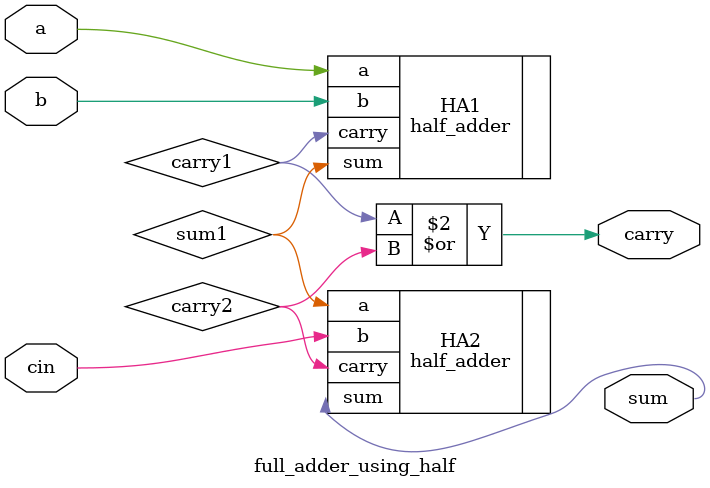
<source format=sv>
module full_adder_using_half (
    input  logic a,
    input  logic b,
    input  logic cin,
    output logic sum,
    output logic carry
);

    // Intermediate signals
    logic sum1, carry1, carry2;

    // First Half Adder: a + b
    half_adder  HA1 (
        .a(a),
        .b(b),
        .sum(sum1),
        .carry(carry1)
    );

    // Second Half Adder: sum1 + cin
    half_adder HA2 (
        .a(sum1),
        .b(cin),
        .sum(sum),
        .carry(carry2)
    );

    // Final carry: OR of both half adder carries
    always_comb begin
        carry = carry1 | carry2;
    end

endmodule

</source>
